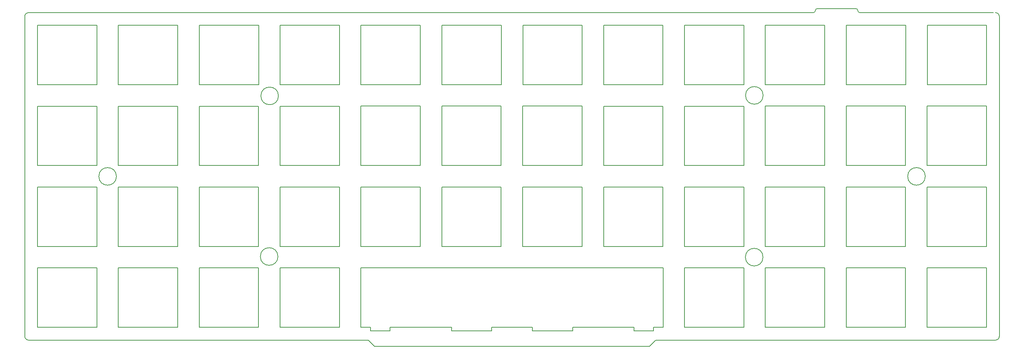
<source format=gm1>
G04 #@! TF.GenerationSoftware,KiCad,Pcbnew,5.0.1*
G04 #@! TF.CreationDate,2018-11-17T22:45:35-02:00*
G04 #@! TF.ProjectId,plate,706C6174652E6B696361645F70636200,rev?*
G04 #@! TF.SameCoordinates,Original*
G04 #@! TF.FileFunction,Profile,NP*
%FSLAX46Y46*%
G04 Gerber Fmt 4.6, Leading zero omitted, Abs format (unit mm)*
G04 Created by KiCad (PCBNEW 5.0.1) date Sat 17 Nov 2018 10:45:35 PM -02*
%MOMM*%
%LPD*%
G01*
G04 APERTURE LIST*
%ADD10C,0.150000*%
G04 APERTURE END LIST*
D10*
X93326843Y-83690472D02*
G75*
G03X93326843Y-83690472I-2065931J0D01*
G01*
X112695648Y-138078888D02*
X112695648Y-124095840D01*
X114981624Y-138078888D02*
X112695648Y-138078888D01*
X114981624Y-138850776D02*
X114981624Y-138078888D01*
X119553576Y-138850776D02*
X114981624Y-138850776D01*
X119553576Y-138049200D02*
X119553576Y-138850776D01*
X133981944Y-138049200D02*
X119553576Y-138049200D01*
X133981944Y-138850776D02*
X133981944Y-138049200D01*
X143422728Y-138850776D02*
X133981944Y-138850776D01*
X143422728Y-138078888D02*
X143422728Y-138850776D01*
X152982264Y-138078888D02*
X143422728Y-138078888D01*
X152982264Y-138850776D02*
X152982264Y-138078888D01*
X162423048Y-138850776D02*
X152982264Y-138850776D01*
X162423048Y-138078888D02*
X162423048Y-138850776D01*
X176851416Y-138078888D02*
X162423048Y-138078888D01*
X176851416Y-138850776D02*
X176851416Y-138078888D01*
X181423368Y-138850776D02*
X176851416Y-138850776D01*
X181423368Y-138078888D02*
X181423368Y-138850776D01*
X183679656Y-138078888D02*
X181423368Y-138078888D01*
X183679656Y-124125528D02*
X183679656Y-138078888D01*
X112695648Y-124095840D02*
X183679656Y-124095840D01*
X188696928Y-138064044D02*
X188696928Y-124110684D01*
X226682724Y-124095840D02*
X240636084Y-124095840D01*
X202650288Y-138064044D02*
X188696928Y-138064044D01*
X50662572Y-138064044D02*
X36709212Y-138064044D01*
X245712732Y-138049200D02*
X245712732Y-124095840D01*
X36709212Y-124110684D02*
X50662572Y-124110684D01*
X188696928Y-124110684D02*
X202650288Y-124110684D01*
X245712732Y-124095840D02*
X259666092Y-124095840D01*
X88663212Y-124110684D02*
X74709852Y-124110684D01*
X93710172Y-138064044D02*
X93710172Y-124110684D01*
X259666092Y-124095840D02*
X259666092Y-138049200D01*
X207682404Y-138049200D02*
X207682404Y-124095840D01*
X240636084Y-138049200D02*
X226682724Y-138049200D01*
X36709212Y-138064044D02*
X36709212Y-124110684D01*
X259666092Y-138049200D02*
X245712732Y-138049200D01*
X107663532Y-124110684D02*
X107663532Y-138064044D01*
X207682404Y-124095840D02*
X221635764Y-124095840D01*
X88663212Y-138064044D02*
X88663212Y-124110684D01*
X202650288Y-124110684D02*
X202650288Y-138064044D01*
X112695648Y-138049200D02*
X112695648Y-124095840D01*
X55709532Y-124110684D02*
X69662892Y-124110684D01*
X150725976Y-124095840D02*
X164679336Y-124095840D01*
X93710172Y-124110684D02*
X107663532Y-124110684D01*
X74709852Y-138064044D02*
X88663212Y-138064044D01*
X69662892Y-124110684D02*
X69662892Y-138064044D01*
X107663532Y-138064044D02*
X93710172Y-138064044D01*
X74709852Y-124110684D02*
X74709852Y-138064044D01*
X221635764Y-124095840D02*
X221635764Y-138049200D01*
X50662572Y-124110684D02*
X50662572Y-138064044D01*
X69662892Y-138064044D02*
X55709532Y-138064044D01*
X55709532Y-138064044D02*
X55709532Y-124110684D01*
X221635764Y-138049200D02*
X207682404Y-138049200D01*
X240636084Y-124095840D02*
X240636084Y-138049200D01*
X226682724Y-138049200D02*
X226682724Y-124095840D01*
X226682724Y-119048880D02*
X226682724Y-105095520D01*
X240636084Y-105095520D02*
X240636084Y-119048880D01*
X245712732Y-119048880D02*
X245712732Y-105095520D01*
X93208091Y-121423920D02*
G75*
G03X93208091Y-121423920I-2065931J0D01*
G01*
X55266827Y-102601728D02*
G75*
G03X55266827Y-102601728I-2065931J0D01*
G01*
X207150635Y-121572360D02*
G75*
G03X207150635Y-121572360I-2065931J0D01*
G01*
X207180323Y-83571720D02*
G75*
G03X207180323Y-83571720I-2065931J0D01*
G01*
X245270027Y-102601728D02*
G75*
G03X245270027Y-102601728I-2065931J0D01*
G01*
X188696928Y-119063724D02*
X188696928Y-105110364D01*
X74709852Y-119063724D02*
X88663212Y-119063724D01*
X126649008Y-105095520D02*
X126649008Y-119048880D01*
X112695648Y-119048880D02*
X112695648Y-105095520D01*
X74709852Y-105110364D02*
X74709852Y-119063724D01*
X88663212Y-119063724D02*
X88663212Y-105110364D01*
X50662572Y-119063724D02*
X36709212Y-119063724D01*
X207682404Y-105095520D02*
X221635764Y-105095520D01*
X131695968Y-105095520D02*
X145649328Y-105095520D01*
X107663532Y-105110364D02*
X107663532Y-119063724D01*
X126649008Y-119048880D02*
X112695648Y-119048880D01*
X221635764Y-119048880D02*
X207682404Y-119048880D01*
X107663532Y-119063724D02*
X93710172Y-119063724D01*
X164679336Y-105095520D02*
X164679336Y-119048880D01*
X150725976Y-105095520D02*
X164679336Y-105095520D01*
X69662892Y-105110364D02*
X69662892Y-119063724D01*
X169696608Y-119063724D02*
X183649968Y-119063724D01*
X50662572Y-105110364D02*
X50662572Y-119063724D01*
X259666092Y-119048880D02*
X245712732Y-119048880D01*
X183649968Y-119063724D02*
X183649968Y-105110364D01*
X55709532Y-119063724D02*
X55709532Y-105110364D01*
X188696928Y-105110364D02*
X202650288Y-105110364D01*
X55709532Y-105110364D02*
X69662892Y-105110364D01*
X164679336Y-119048880D02*
X150725976Y-119048880D01*
X202650288Y-105110364D02*
X202650288Y-119063724D01*
X36709212Y-105110364D02*
X50662572Y-105110364D01*
X112695648Y-105095520D02*
X126649008Y-105095520D01*
X145649328Y-105095520D02*
X145649328Y-119048880D01*
X207682404Y-119048880D02*
X207682404Y-105095520D01*
X93710172Y-119063724D02*
X93710172Y-105110364D01*
X259666092Y-105095520D02*
X259666092Y-119048880D01*
X245712732Y-105095520D02*
X259666092Y-105095520D01*
X88663212Y-105110364D02*
X74709852Y-105110364D01*
X131695968Y-119048880D02*
X131695968Y-105095520D01*
X183649968Y-105110364D02*
X169696608Y-105110364D01*
X69662892Y-119063724D02*
X55709532Y-119063724D01*
X240636084Y-119048880D02*
X226682724Y-119048880D01*
X226682724Y-105095520D02*
X240636084Y-105095520D01*
X93710172Y-105110364D02*
X107663532Y-105110364D01*
X202650288Y-119063724D02*
X188696928Y-119063724D01*
X150725976Y-119048880D02*
X150725976Y-105095520D01*
X36709212Y-119063724D02*
X36709212Y-105110364D01*
X145649328Y-119048880D02*
X131695968Y-119048880D01*
X221635764Y-105095520D02*
X221635764Y-119048880D01*
X169696608Y-105110364D02*
X169696608Y-119063724D01*
X93710172Y-100063404D02*
X93710172Y-86110044D01*
X164679336Y-100048560D02*
X150725976Y-100048560D01*
X131695968Y-86095200D02*
X145649328Y-86095200D01*
X50662572Y-86110044D02*
X50662572Y-100063404D01*
X74709852Y-100063404D02*
X88663212Y-100063404D01*
X55709532Y-100063404D02*
X55709532Y-86110044D01*
X50662572Y-100063404D02*
X36709212Y-100063404D01*
X69662892Y-86110044D02*
X69662892Y-100063404D01*
X112695648Y-100048560D02*
X112695648Y-86095200D01*
X126649008Y-86095200D02*
X126649008Y-100048560D01*
X36709212Y-100063404D02*
X36709212Y-86110044D01*
X221635764Y-100048560D02*
X207682404Y-100048560D01*
X188696928Y-86110044D02*
X202650288Y-86110044D01*
X183649968Y-86110044D02*
X169696608Y-86110044D01*
X207682404Y-86095200D02*
X221635764Y-86095200D01*
X150725976Y-100048560D02*
X150725976Y-86095200D01*
X88663212Y-86110044D02*
X74709852Y-86110044D01*
X202650288Y-100063404D02*
X188696928Y-100063404D01*
X202650288Y-86110044D02*
X202650288Y-100063404D01*
X112695648Y-86095200D02*
X126649008Y-86095200D01*
X259666092Y-86095200D02*
X259666092Y-100048560D01*
X245712732Y-86095200D02*
X259666092Y-86095200D01*
X126649008Y-100048560D02*
X112695648Y-100048560D01*
X93710172Y-86110044D02*
X107663532Y-86110044D01*
X221635764Y-86095200D02*
X221635764Y-100048560D01*
X245712732Y-100048560D02*
X245712732Y-86095200D01*
X169696608Y-100063404D02*
X183649968Y-100063404D01*
X207682404Y-100048560D02*
X207682404Y-86095200D01*
X240636084Y-86095200D02*
X240636084Y-100048560D01*
X188696928Y-100063404D02*
X188696928Y-86110044D01*
X164679336Y-86095200D02*
X164679336Y-100048560D01*
X69662892Y-100063404D02*
X55709532Y-100063404D01*
X55709532Y-86110044D02*
X69662892Y-86110044D01*
X150725976Y-86095200D02*
X164679336Y-86095200D01*
X169696608Y-86110044D02*
X169696608Y-100063404D01*
X226682724Y-100048560D02*
X226682724Y-86095200D01*
X240636084Y-100048560D02*
X226682724Y-100048560D01*
X36709212Y-86110044D02*
X50662572Y-86110044D01*
X131695968Y-100048560D02*
X131695968Y-86095200D01*
X107663532Y-100063404D02*
X93710172Y-100063404D01*
X145649328Y-100048560D02*
X131695968Y-100048560D01*
X74709852Y-86110044D02*
X74709852Y-100063404D01*
X183649968Y-100063404D02*
X183649968Y-86110044D01*
X259666092Y-100048560D02*
X245712732Y-100048560D01*
X226682724Y-86095200D02*
X240636084Y-86095200D01*
X88663212Y-100063404D02*
X88663212Y-86110044D01*
X145649328Y-86095200D02*
X145649328Y-100048560D01*
X107663532Y-86110044D02*
X107663532Y-100063404D01*
X188711772Y-81077928D02*
X188711772Y-67124568D01*
X259680936Y-81063084D02*
X245727576Y-81063084D01*
X226697568Y-67109724D02*
X240650928Y-67109724D01*
X169711452Y-81077928D02*
X183664812Y-81077928D01*
X207697248Y-81063084D02*
X207697248Y-67109724D01*
X221650608Y-67109724D02*
X221650608Y-81063084D01*
X245727576Y-81063084D02*
X245727576Y-67109724D01*
X183664812Y-67124568D02*
X169711452Y-67124568D01*
X207697248Y-67109724D02*
X221650608Y-67109724D01*
X221650608Y-81063084D02*
X207697248Y-81063084D01*
X188711772Y-67124568D02*
X202665132Y-67124568D01*
X259680936Y-67109724D02*
X259680936Y-81063084D01*
X245727576Y-67109724D02*
X259680936Y-67109724D01*
X226697568Y-81063084D02*
X226697568Y-67109724D01*
X202665132Y-81077928D02*
X188711772Y-81077928D01*
X240650928Y-81063084D02*
X226697568Y-81063084D01*
X169711452Y-67124568D02*
X169711452Y-81077928D01*
X183664812Y-81077928D02*
X183664812Y-67124568D01*
X240650928Y-67109724D02*
X240650928Y-81063084D01*
X202665132Y-67124568D02*
X202665132Y-81077928D01*
X145664172Y-81063084D02*
X131710812Y-81063084D01*
X131710812Y-81063084D02*
X131710812Y-67109724D01*
X145664172Y-67109724D02*
X145664172Y-81063084D01*
X131710812Y-67109724D02*
X145664172Y-67109724D01*
X150740820Y-81063084D02*
X150740820Y-67109724D01*
X150740820Y-67109724D02*
X164694180Y-67109724D01*
X164694180Y-81063084D02*
X150740820Y-81063084D01*
X164694180Y-67109724D02*
X164694180Y-81063084D01*
X126663852Y-67109724D02*
X126663852Y-81063084D01*
X126663852Y-81063084D02*
X112710492Y-81063084D01*
X112710492Y-81063084D02*
X112710492Y-67109724D01*
X112710492Y-67109724D02*
X126663852Y-67109724D01*
X93725016Y-81077928D02*
X93725016Y-67124568D01*
X107678376Y-81077928D02*
X93725016Y-81077928D01*
X107678376Y-67124568D02*
X107678376Y-81077928D01*
X93725016Y-67124568D02*
X107678376Y-67124568D01*
X88678056Y-67124568D02*
X74724696Y-67124568D01*
X88678056Y-81077928D02*
X88678056Y-67124568D01*
X74724696Y-81077928D02*
X88678056Y-81077928D01*
X74724696Y-67124568D02*
X74724696Y-81077928D01*
X55724376Y-81077928D02*
X55724376Y-67124568D01*
X69677736Y-81077928D02*
X55724376Y-81077928D01*
X69677736Y-67124568D02*
X69677736Y-81077928D01*
X55724376Y-67124568D02*
X69677736Y-67124568D01*
X36724056Y-81077928D02*
X36724056Y-67124568D01*
X50677416Y-81077928D02*
X36724056Y-81077928D01*
X50677416Y-67124568D02*
X50677416Y-81077928D01*
X36724056Y-67124568D02*
X50677416Y-67124568D01*
X181925000Y-141075000D02*
X261725000Y-141075000D01*
X180500000Y-142500000D02*
X181925000Y-141075000D01*
X115900000Y-142500000D02*
X180500000Y-142500000D01*
X114475000Y-141075000D02*
X115900000Y-142500000D01*
X34675000Y-141075000D02*
X114475000Y-141075000D01*
X218975000Y-64125000D02*
X218025000Y-64125000D01*
X228950000Y-63175000D02*
X219925000Y-63175000D01*
X228950000Y-63175000D02*
G75*
G02X229425000Y-63650000I0J-475000D01*
G01*
X229900000Y-64125000D02*
G75*
G02X229425000Y-63650000I0J475000D01*
G01*
X219450000Y-63650000D02*
G75*
G02X218975000Y-64125000I-475000J0D01*
G01*
X219450000Y-63650000D02*
G75*
G02X219925000Y-63175000I475000J0D01*
G01*
X229900000Y-64125000D02*
X261250000Y-64125000D01*
X34675000Y-64125000D02*
X218025000Y-64125000D01*
X33725000Y-65075000D02*
G75*
G02X34675000Y-64125000I950000J0D01*
G01*
X33725000Y-140125000D02*
X33725000Y-65075000D01*
X34675000Y-141075000D02*
G75*
G02X33725000Y-140125000I0J950000D01*
G01*
X262675000Y-140125000D02*
G75*
G02X261725000Y-141075000I-950000J0D01*
G01*
X262675000Y-65075000D02*
X262675000Y-140125000D01*
X261725000Y-64125000D02*
G75*
G02X262675000Y-65075000I0J-950000D01*
G01*
M02*

</source>
